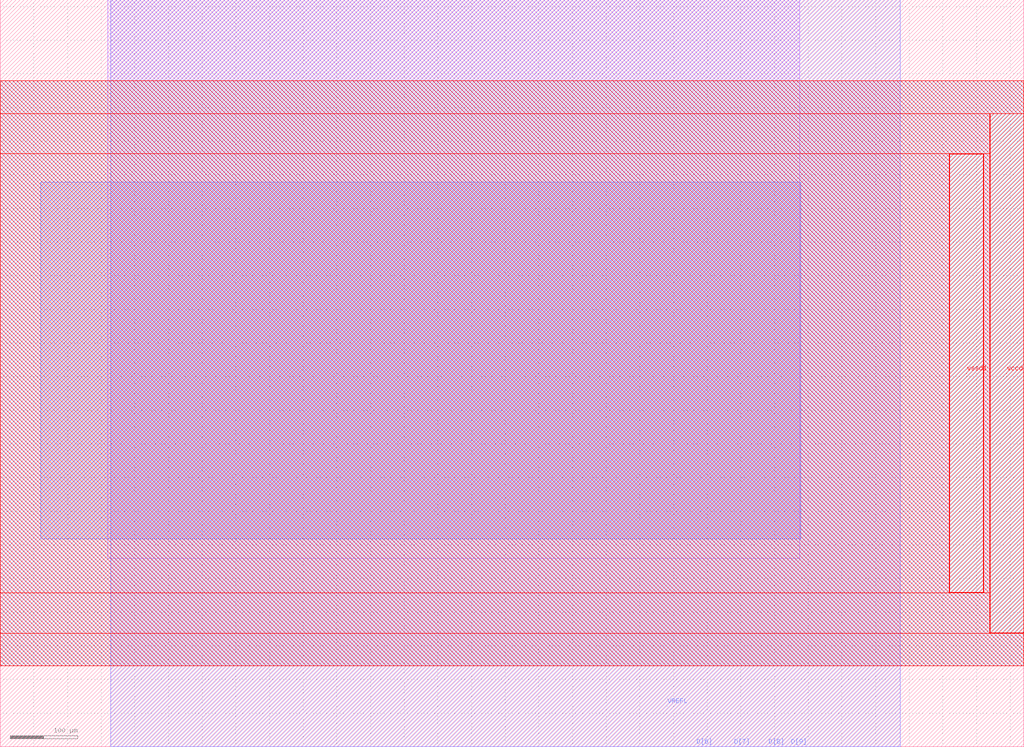
<source format=lef>
VERSION 5.7 ;
  NOWIREEXTENSIONATPIN ON ;
  DIVIDERCHAR "/" ;
  BUSBITCHARS "[]" ;
MACRO avsddac
  CLASS BLOCK ;
  FOREIGN avsddac ;
  ORIGIN 0.000 0.000 ;
  SIZE 1520.000 BY 1110.070 ;
  PIN D[0]
    DIRECTION INPUT ;
    USE SIGNAL ;
    PORT
      LAYER met2 ;
        RECT 169.150 1109.500 169.650 1110.000 ;
    END
  END D[0]
  PIN D[1]
    DIRECTION INPUT ;
    USE SIGNAL ;
    PORT
      LAYER met2 ;
        RECT 184.450 1109.500 184.950 1110.000 ;
    END
  END D[1]
  PIN D[2]
    DIRECTION INPUT ;
    USE SIGNAL ;
    PORT
      LAYER met2 ;
        RECT 202.000 1109.500 202.500 1110.000 ;
    END
  END D[2]
  PIN D[3]
    DIRECTION INPUT ;
    USE SIGNAL ;
    PORT
      LAYER met2 ;
        RECT 455.610 1109.500 456.110 1110.000 ;
    END
  END D[3]
  PIN D[4]
    DIRECTION INPUT ;
    USE SIGNAL ;
    PORT
      LAYER met2 ;
        RECT 233.340 1109.500 233.840 1110.000 ;
    END
  END D[4]
  PIN D[5]
    DIRECTION INPUT ;
    USE SIGNAL ;
    PORT
      LAYER met2 ;
        RECT 351.380 1109.500 351.880 1110.000 ;
    END
  END D[5]
  PIN D[6]
    DIRECTION INPUT ;
    USE SIGNAL ;
    PORT
      LAYER met2 ;
        RECT 1033.700 0.000 1034.200 0.500 ;
    END
  END D[6]
  PIN D[7]
    DIRECTION INPUT ;
    USE SIGNAL ;
    PORT
      LAYER met2 ;
        RECT 1089.070 0.000 1089.570 0.500 ;
    END
  END D[7]
  PIN D[8]
    DIRECTION INPUT ;
    USE SIGNAL ;
    PORT
      LAYER met2 ;
        RECT 1140.460 0.000 1140.960 0.500 ;
    END
  END D[8]
  PIN D[9]
    DIRECTION INPUT ;
    USE SIGNAL ;
    PORT
      LAYER met2 ;
        RECT 1173.950 0.000 1174.450 0.500 ;
    END
  END D[9]
  PIN OUT
    DIRECTION OUTPUT ;
    USE SIGNAL ;
    PORT
      LAYER met2 ;
        RECT 1187.150 1109.500 1187.650 1110.000 ;
    END
  END OUT
  PIN vssd1
    DIRECTION INOUT ;
    USE GROUND ;
    PORT
      LAYER met4 ;
        RECT 1410.000 229.110 1460.000 880.790 ;
    END
  END vssd1
  PIN vccd1
    DIRECTION INOUT ;
    USE POWER ;
    PORT
      LAYER met4 ;
        RECT 1470.000 169.070 1520.000 940.740 ;
    END
  END vccd1
  PIN VREFH
    DIRECTION INPUT ;
    USE SIGNAL ;
    PORT
      LAYER met2 ;
        RECT 166.120 1109.570 166.620 1110.070 ;
    END
  END VREFH
  PIN VREFL
    DIRECTION INPUT ;
    USE SIGNAL ;
    PORT
      LAYER met2 ;
        RECT 989.940 60.000 990.440 60.500 ;
    END
  END VREFL
  OBS
      LAYER li1 ;
        RECT 160.000 280.000 1187.420 1110.000 ;
      LAYER met1 ;
        RECT 163.980 0.000 1336.590 1110.070 ;
      LAYER met2 ;
        RECT 60.000 308.860 1188.610 839.130 ;
      LAYER met3 ;
        RECT 0.000 120.000 1520.000 990.000 ;
      LAYER met4 ;
        RECT 0.000 941.140 1520.000 990.000 ;
        RECT 0.000 881.190 1469.600 941.140 ;
        RECT 0.000 228.710 1409.600 881.190 ;
        RECT 1460.400 228.710 1469.600 881.190 ;
        RECT 0.000 168.670 1469.600 228.710 ;
        RECT 0.000 120.000 1520.000 168.670 ;
  END
END avsddac
END LIBRARY


</source>
